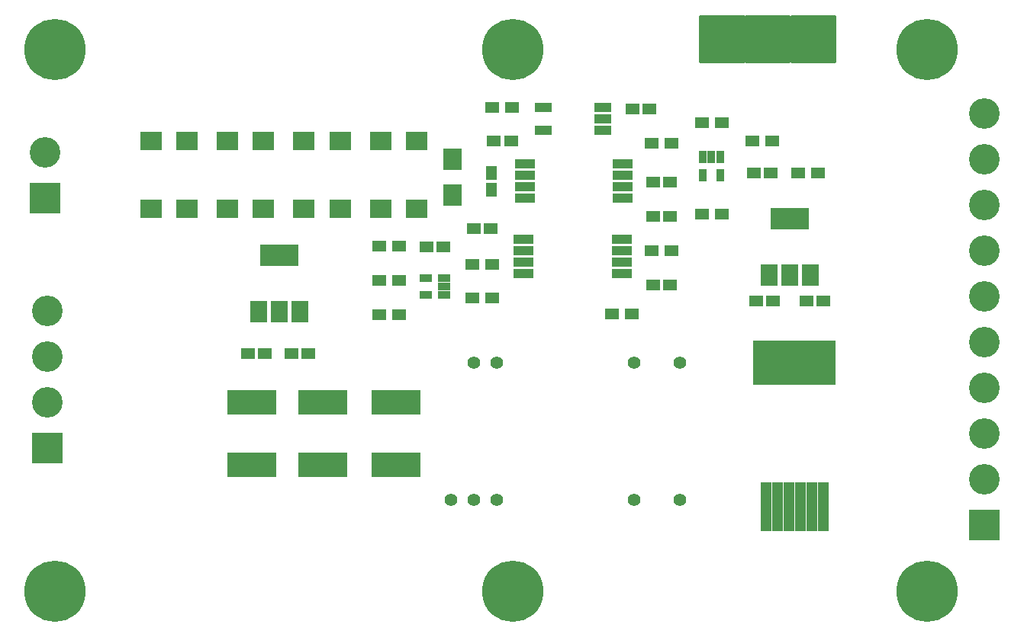
<source format=gbr>
G04 #@! TF.FileFunction,Soldermask,Top*
%FSLAX46Y46*%
G04 Gerber Fmt 4.6, Leading zero omitted, Abs format (unit mm)*
G04 Created by KiCad (PCBNEW (2015-08-05 BZR 6055, Git fa29c62)-product) date 4/15/2016 12:47:28 PM*
%MOMM*%
G01*
G04 APERTURE LIST*
%ADD10C,0.100000*%
%ADD11C,6.800000*%
%ADD12R,1.600000X1.150000*%
%ADD13R,1.150000X1.600000*%
%ADD14R,2.400000X2.100000*%
%ADD15R,2.100000X2.400000*%
%ADD16R,1.600000X1.300000*%
%ADD17R,1.900000X2.400000*%
%ADD18R,4.200000X2.400000*%
%ADD19R,2.200000X1.000000*%
%ADD20R,1.400000X0.910000*%
%ADD21R,1.850000X1.010000*%
%ADD22R,3.400000X3.400000*%
%ADD23O,3.400000X3.400000*%
%ADD24C,3.400000*%
%ADD25R,5.400000X2.800000*%
%ADD26R,0.910000X1.400000*%
%ADD27C,1.400000*%
%ADD28R,1.160000X5.400000*%
%ADD29R,9.200000X4.900000*%
%ADD30C,0.254000*%
G04 APERTURE END LIST*
D10*
D11*
X82677000Y-110490000D03*
X82677000Y-50292000D03*
X128651000Y-110490000D03*
X128651000Y-50292000D03*
D12*
X73069000Y-72192000D03*
X74969000Y-72192000D03*
X53279000Y-84074000D03*
X55179000Y-84074000D03*
X58105000Y-84074000D03*
X60005000Y-84074000D03*
X95951000Y-56896000D03*
X97851000Y-56896000D03*
D13*
X80269000Y-63992000D03*
X80269000Y-65892000D03*
D12*
X80569000Y-60442000D03*
X82469000Y-60442000D03*
X78319000Y-70192000D03*
X80219000Y-70192000D03*
X98237000Y-65024000D03*
X100137000Y-65024000D03*
X98237000Y-68834000D03*
X100137000Y-68834000D03*
X98237000Y-76454000D03*
X100137000Y-76454000D03*
X117155000Y-78232000D03*
X115255000Y-78232000D03*
X111567000Y-78232000D03*
X109667000Y-78232000D03*
D14*
X42500000Y-60500000D03*
X46500000Y-60500000D03*
X42500000Y-68000000D03*
X46500000Y-68000000D03*
X51000000Y-60500000D03*
X55000000Y-60500000D03*
X51000000Y-68000000D03*
X55000000Y-68000000D03*
X59500000Y-60500000D03*
X63500000Y-60500000D03*
X59500000Y-68000000D03*
X63500000Y-68000000D03*
X68000000Y-60500000D03*
X72000000Y-60500000D03*
X68000000Y-68000000D03*
X72000000Y-68000000D03*
D15*
X76000000Y-66500000D03*
X76000000Y-62500000D03*
D16*
X93669000Y-79692000D03*
X95869000Y-79692000D03*
X98087000Y-72644000D03*
X100287000Y-72644000D03*
X80419000Y-56692000D03*
X82619000Y-56692000D03*
X78169000Y-77942000D03*
X80369000Y-77942000D03*
D17*
X54469000Y-79452000D03*
X59069000Y-79452000D03*
D18*
X56769000Y-73152000D03*
D17*
X56769000Y-79452000D03*
D19*
X94900000Y-63000000D03*
X94900000Y-64270000D03*
X94900000Y-65540000D03*
X94900000Y-66810000D03*
X84000000Y-66810000D03*
X84000000Y-65540000D03*
X84000000Y-64270000D03*
X84000000Y-63000000D03*
X83869000Y-75192000D03*
X83869000Y-73922000D03*
X83869000Y-72652000D03*
X83869000Y-71382000D03*
X94769000Y-71382000D03*
X94769000Y-72652000D03*
X94769000Y-73922000D03*
X94769000Y-75192000D03*
D17*
X111111000Y-75388000D03*
X115711000Y-75388000D03*
D18*
X113411000Y-69088000D03*
D17*
X113411000Y-75388000D03*
D11*
X31877000Y-50292000D03*
X31877000Y-110490000D03*
D16*
X78169000Y-74192000D03*
X80369000Y-74192000D03*
X67861000Y-79756000D03*
X70061000Y-79756000D03*
X67861000Y-72136000D03*
X70061000Y-72136000D03*
D20*
X75019000Y-75692000D03*
X75019000Y-76642000D03*
X75019000Y-77592000D03*
X73019000Y-77592000D03*
X73019000Y-75692000D03*
D21*
X92669000Y-57962000D03*
X92669000Y-56692000D03*
X92669000Y-59232000D03*
X86019000Y-59232000D03*
X86019000Y-56692000D03*
D22*
X30770000Y-66786000D03*
D23*
X30770000Y-61706000D03*
X135001000Y-57404000D03*
X135001000Y-62484000D03*
X135001000Y-72644000D03*
X135001000Y-77724000D03*
D24*
X135001000Y-82804000D03*
D23*
X135001000Y-67564000D03*
X135001000Y-87884000D03*
D22*
X135001000Y-103124000D03*
D23*
X135001000Y-98044000D03*
X135001000Y-92964000D03*
X31024000Y-79380000D03*
D22*
X31024000Y-94620000D03*
D23*
X31024000Y-89540000D03*
X31024000Y-84460000D03*
D25*
X61595000Y-96464000D03*
X61595000Y-89464000D03*
X69723000Y-96464000D03*
X69723000Y-89464000D03*
D12*
X109413000Y-64008000D03*
X111313000Y-64008000D03*
D16*
X67861000Y-75946000D03*
X70061000Y-75946000D03*
X98087000Y-60706000D03*
X100287000Y-60706000D03*
X103675000Y-68580000D03*
X105875000Y-68580000D03*
X114343000Y-64008000D03*
X116543000Y-64008000D03*
X109263000Y-60452000D03*
X111463000Y-60452000D03*
X103675000Y-58420000D03*
X105875000Y-58420000D03*
D26*
X103759000Y-62230000D03*
X104709000Y-62230000D03*
X105659000Y-62230000D03*
X105659000Y-64230000D03*
X103759000Y-64230000D03*
D25*
X53721000Y-96464000D03*
X53721000Y-89464000D03*
D27*
X75819000Y-100330000D03*
X96139000Y-85090000D03*
X80899000Y-85090000D03*
X80899000Y-100330000D03*
X96139000Y-100330000D03*
X78359000Y-85090000D03*
X101219000Y-85090000D03*
X101219000Y-100330000D03*
X78359000Y-100330000D03*
D28*
X110744000Y-101118000D03*
X117094000Y-101118000D03*
X115824000Y-101118000D03*
X114554000Y-101118000D03*
X113284000Y-101118000D03*
D29*
X113919000Y-85068000D03*
D28*
X112014000Y-101118000D03*
D30*
G36*
X108292000Y-51625000D02*
X103446000Y-51625000D01*
X103446000Y-46559000D01*
X108292000Y-46559000D01*
X108292000Y-51625000D01*
X108292000Y-51625000D01*
G37*
X108292000Y-51625000D02*
X103446000Y-51625000D01*
X103446000Y-46559000D01*
X108292000Y-46559000D01*
X108292000Y-51625000D01*
G36*
X113342000Y-51625000D02*
X108496000Y-51625000D01*
X108496000Y-46559000D01*
X113342000Y-46559000D01*
X113342000Y-51625000D01*
X113342000Y-51625000D01*
G37*
X113342000Y-51625000D02*
X108496000Y-51625000D01*
X108496000Y-46559000D01*
X113342000Y-46559000D01*
X113342000Y-51625000D01*
G36*
X118432000Y-51625000D02*
X113586000Y-51625000D01*
X113586000Y-46559000D01*
X118432000Y-46559000D01*
X118432000Y-51625000D01*
X118432000Y-51625000D01*
G37*
X118432000Y-51625000D02*
X113586000Y-51625000D01*
X113586000Y-46559000D01*
X118432000Y-46559000D01*
X118432000Y-51625000D01*
M02*

</source>
